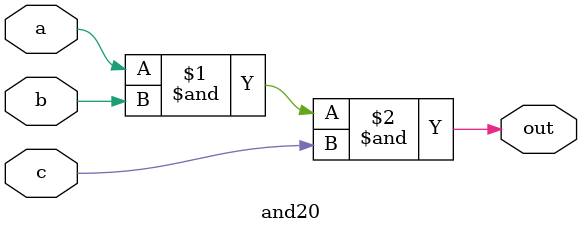
<source format=v>
module and20 (
  input a,
  input b,
  input c,
  output out
);

  assign out = a & b & c; // Performs an AND operation

endmodule

</source>
